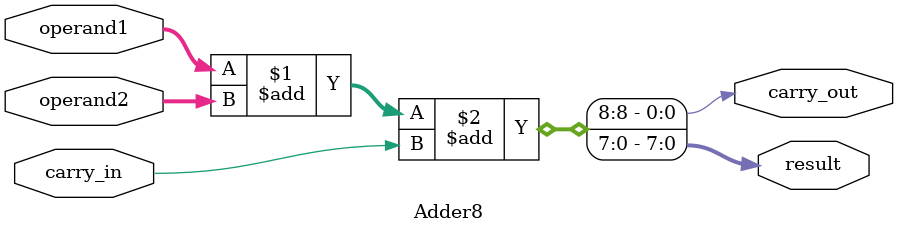
<source format=v>
`timescale 1ns / 1ps

module Adder8(input [7:0] operand1,
              input [7:0] operand2,
              input carry_in,
              output [7:0] result,
              output carry_out);
    assign {carry_out, result} = operand1 + operand2 + carry_in;
endmodule

</source>
